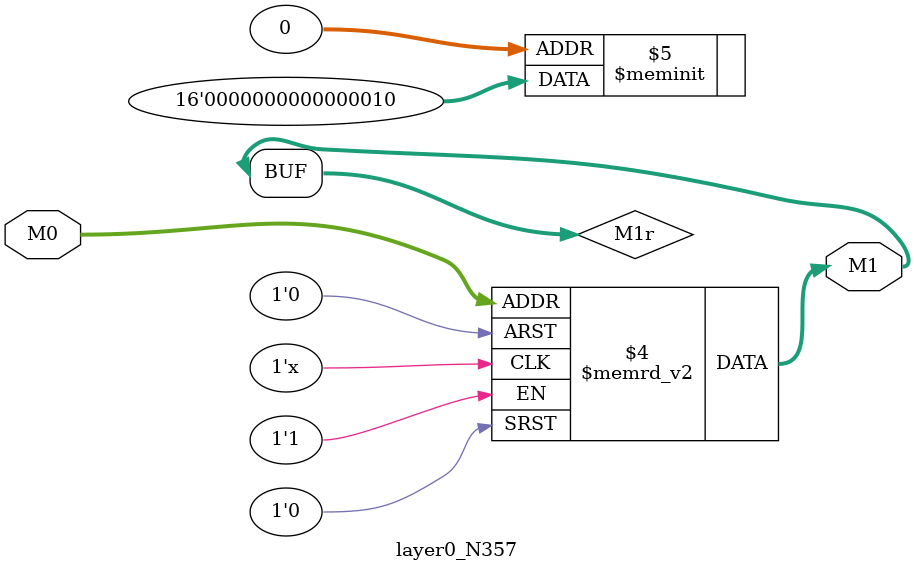
<source format=v>
module layer0_N357 ( input [2:0] M0, output [1:0] M1 );

	(*rom_style = "distributed" *) reg [1:0] M1r;
	assign M1 = M1r;
	always @ (M0) begin
		case (M0)
			3'b000: M1r = 2'b10;
			3'b100: M1r = 2'b00;
			3'b010: M1r = 2'b00;
			3'b110: M1r = 2'b00;
			3'b001: M1r = 2'b00;
			3'b101: M1r = 2'b00;
			3'b011: M1r = 2'b00;
			3'b111: M1r = 2'b00;

		endcase
	end
endmodule

</source>
